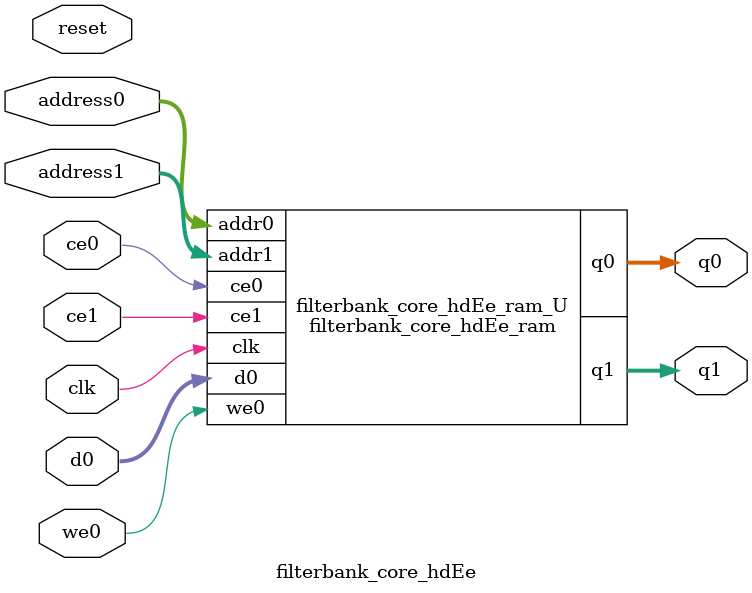
<source format=v>

`timescale 1 ns / 1 ps
module filterbank_core_hdEe_ram (addr0, ce0, d0, we0, q0, addr1, ce1, q1,  clk);

parameter DWIDTH = 32;
parameter AWIDTH = 8;
parameter MEM_SIZE = 256;

input[AWIDTH-1:0] addr0;
input ce0;
input[DWIDTH-1:0] d0;
input we0;
output reg[DWIDTH-1:0] q0;
input[AWIDTH-1:0] addr1;
input ce1;
output reg[DWIDTH-1:0] q1;
input clk;

(* ram_style = "block" *)reg [DWIDTH-1:0] ram[0:MEM_SIZE-1];




always @(posedge clk)  
begin 
    if (ce0) 
    begin
        if (we0) 
        begin 
            ram[addr0] <= d0; 
            q0 <= d0;
        end 
        else 
            q0 <= ram[addr0];
    end
end


always @(posedge clk)  
begin 
    if (ce1) 
    begin
            q1 <= ram[addr1];
    end
end


endmodule


`timescale 1 ns / 1 ps
module filterbank_core_hdEe(
    reset,
    clk,
    address0,
    ce0,
    we0,
    d0,
    q0,
    address1,
    ce1,
    q1);

parameter DataWidth = 32'd32;
parameter AddressRange = 32'd256;
parameter AddressWidth = 32'd8;
input reset;
input clk;
input[AddressWidth - 1:0] address0;
input ce0;
input we0;
input[DataWidth - 1:0] d0;
output[DataWidth - 1:0] q0;
input[AddressWidth - 1:0] address1;
input ce1;
output[DataWidth - 1:0] q1;



filterbank_core_hdEe_ram filterbank_core_hdEe_ram_U(
    .clk( clk ),
    .addr0( address0 ),
    .ce0( ce0 ),
    .d0( d0 ),
    .we0( we0 ),
    .q0( q0 ),
    .addr1( address1 ),
    .ce1( ce1 ),
    .q1( q1 ));

endmodule


</source>
